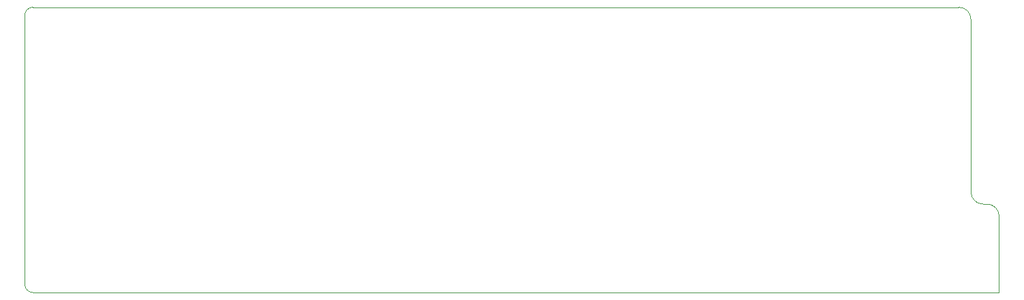
<source format=gbr>
%TF.GenerationSoftware,KiCad,Pcbnew,(6.0.0)*%
%TF.CreationDate,2022-06-25T21:25:22+02:00*%
%TF.ProjectId,active3-rpi-hub75-adapter,61637469-7665-4332-9d72-70692d687562,rev?*%
%TF.SameCoordinates,Original*%
%TF.FileFunction,Profile,NP*%
%FSLAX46Y46*%
G04 Gerber Fmt 4.6, Leading zero omitted, Abs format (unit mm)*
G04 Created by KiCad (PCBNEW (6.0.0)) date 2022-06-25 21:25:22*
%MOMM*%
%LPD*%
G01*
G04 APERTURE LIST*
%TA.AperFunction,Profile*%
%ADD10C,0.100000*%
%TD*%
G04 APERTURE END LIST*
D10*
X46000000Y-70500000D02*
X46000000Y-37000000D01*
X167000000Y-71500000D02*
X47000000Y-71500000D01*
X167000000Y-62000000D02*
X167000000Y-71500000D01*
X165000000Y-60500000D02*
X165500000Y-60500000D01*
X163500000Y-37500000D02*
X163500000Y-59000000D01*
X163500000Y-59000000D02*
G75*
G03*
X165000000Y-60500000I1500001J1D01*
G01*
X47000000Y-36000000D02*
X162000000Y-36000000D01*
X47000000Y-36000000D02*
G75*
G03*
X46000000Y-37000000I-1J-999999D01*
G01*
X46000000Y-70500000D02*
G75*
G03*
X47000000Y-71500000I999999J-1D01*
G01*
X163500000Y-37500000D02*
G75*
G03*
X162000000Y-36000000I-1500001J-1D01*
G01*
X167000000Y-62000000D02*
G75*
G03*
X165500000Y-60500000I-1500001J-1D01*
G01*
M02*

</source>
